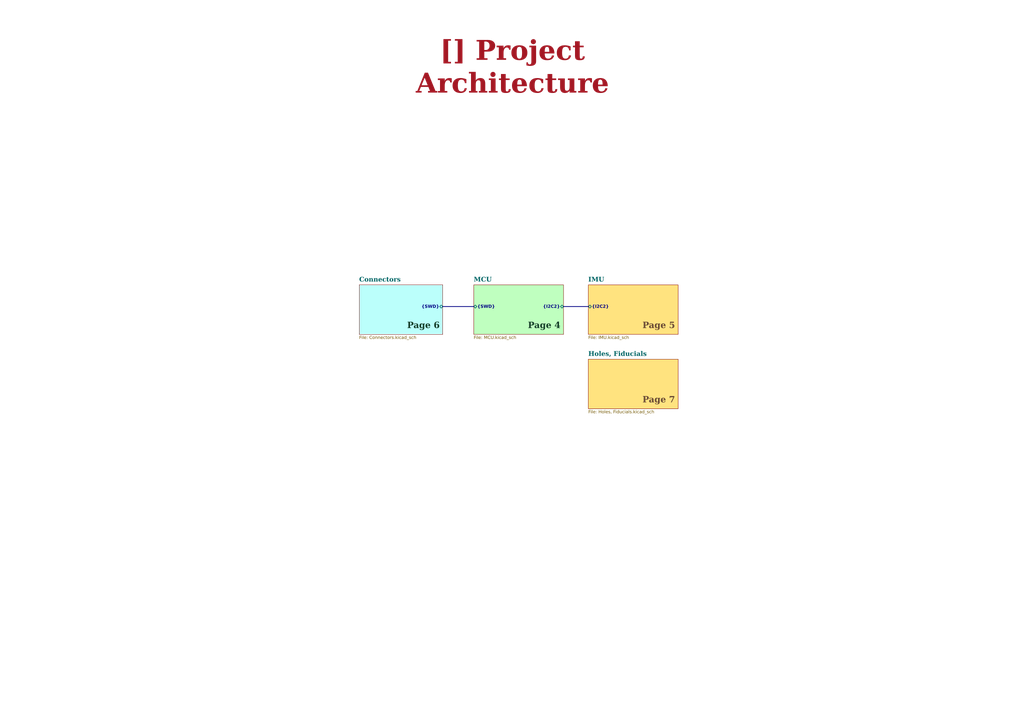
<source format=kicad_sch>
(kicad_sch
	(version 20231120)
	(generator "eeschema")
	(generator_version "8.0")
	(uuid "07236397-3ba4-47af-9809-3faac3a2aa49")
	(paper "A3")
	(title_block
		(title "Project Architecture")
		(date "2025-01-12")
		(rev "${REVISION}")
		(company "${COMPANY}")
	)
	(lib_symbols)
	(bus_alias "I2C2"
		(members "I2C2_SDA" "I2C2_SCL" "IMU_~{RESET}" "IMU_INT")
	)
	(bus_alias "SWD"
		(members "SWDIO" "SWCLK" "NRST")
	)
	(bus
		(pts
			(xy 231.14 125.73) (xy 241.3 125.73)
		)
		(stroke
			(width 0)
			(type default)
		)
		(uuid "567e4b15-1da0-4689-9809-bc038bf61482")
	)
	(bus
		(pts
			(xy 181.61 125.73) (xy 194.31 125.73)
		)
		(stroke
			(width 0)
			(type default)
		)
		(uuid "7fe1e36b-f77d-424b-8908-1b3d52b80599")
	)
	(text_box "[${#}] ${TITLE}"
		(exclude_from_sim no)
		(at 144.78 21.59 0)
		(size 130.81 12.7)
		(stroke
			(width -0.0001)
			(type default)
		)
		(fill
			(type none)
		)
		(effects
			(font
				(face "Times New Roman")
				(size 8 8)
				(thickness 1.2)
				(bold yes)
				(color 162 22 34 1)
			)
		)
		(uuid "f4789478-c68e-4cee-9edd-5d11b744f94d")
	)
	(text "Page 6"
		(exclude_from_sim no)
		(at 180.34 135.89 0)
		(effects
			(font
				(face "Times New Roman")
				(size 2.54 2.54)
				(bold yes)
				(color 20 60 40 1)
			)
			(justify right bottom)
			(href "#4")
		)
		(uuid "3fe93b11-0ea5-4ec1-8ac3-7c370ad99d67")
	)
	(text "Page 7"
		(exclude_from_sim no)
		(at 276.86 166.37 0)
		(effects
			(font
				(face "Times New Roman")
				(size 2.54 2.54)
				(bold yes)
				(color 100 70 50 1)
			)
			(justify right bottom)
			(href "#7")
		)
		(uuid "98021beb-7c9d-4575-8b77-01bea1100e11")
	)
	(text "Page 5"
		(exclude_from_sim no)
		(at 276.86 135.89 0)
		(effects
			(font
				(face "Times New Roman")
				(size 2.54 2.54)
				(bold yes)
				(color 100 70 50 1)
			)
			(justify right bottom)
			(href "#5")
		)
		(uuid "b60ecde0-2a85-4071-a728-47148cd80779")
	)
	(text "Page 4"
		(exclude_from_sim no)
		(at 229.87 135.89 0)
		(effects
			(font
				(face "Times New Roman")
				(size 2.54 2.54)
				(bold yes)
				(color 20 60 40 1)
			)
			(justify right bottom)
			(href "#4")
		)
		(uuid "f04f874a-d252-4474-87f2-c34bbb094a4c")
	)
	(sheet
		(at 241.3 147.32)
		(size 36.83 20.32)
		(fields_autoplaced yes)
		(stroke
			(width 0.1524)
			(type solid)
		)
		(fill
			(color 255 200 0 0.5020)
		)
		(uuid "387c2d3b-892a-470b-ba39-cf83346b1b07")
		(property "Sheetname" "Holes, Fiducials"
			(at 241.3 146.2909 0)
			(effects
				(font
					(face "Times New Roman")
					(size 1.905 1.905)
					(bold yes)
				)
				(justify left bottom)
			)
		)
		(property "Sheetfile" "Holes, Fiducials.kicad_sch"
			(at 241.3 168.2246 0)
			(effects
				(font
					(face "Arial")
					(size 1.27 1.27)
				)
				(justify left top)
			)
		)
		(instances
			(project "KiBot_Project_Test"
				(path "/f9e05184-c88b-4a88-ae9c-ab2bdb32be7c/c5103ceb-5325-4a84-a025-9638a412984e"
					(page "7")
				)
			)
		)
	)
	(sheet
		(at 147.32 116.84)
		(size 34.29 20.32)
		(fields_autoplaced yes)
		(stroke
			(width 0.1524)
			(type solid)
		)
		(fill
			(color 187 255 251 1.0000)
		)
		(uuid "df39f164-d0cb-4b4e-9c05-2a16fbd35e35")
		(property "Sheetname" "Connectors"
			(at 147.32 115.8109 0)
			(effects
				(font
					(face "Times New Roman")
					(size 1.905 1.905)
					(thickness 0.254)
					(bold yes)
				)
				(justify left bottom)
			)
		)
		(property "Sheetfile" "Connectors.kicad_sch"
			(at 147.32 137.7446 0)
			(effects
				(font
					(face "Arial")
					(size 1.27 1.27)
				)
				(justify left top)
			)
		)
		(pin "{SWD}" bidirectional
			(at 181.61 125.73 0)
			(effects
				(font
					(face "Arial")
					(size 1.27 1.27)
					(bold yes)
				)
				(justify right)
			)
			(uuid "91c81c82-358a-400e-9517-84032b2e8e8e")
		)
		(instances
			(project "KiBot_Project_Test"
				(path "/f9e05184-c88b-4a88-ae9c-ab2bdb32be7c/c5103ceb-5325-4a84-a025-9638a412984e"
					(page "6")
				)
			)
		)
	)
	(sheet
		(at 241.3 116.84)
		(size 36.83 20.32)
		(fields_autoplaced yes)
		(stroke
			(width 0.1524)
			(type solid)
		)
		(fill
			(color 255 200 0 0.5020)
		)
		(uuid "e744f3ce-03a6-44a6-8792-1447ef232b9a")
		(property "Sheetname" "IMU"
			(at 241.3 115.8109 0)
			(effects
				(font
					(face "Times New Roman")
					(size 1.905 1.905)
					(bold yes)
				)
				(justify left bottom)
			)
		)
		(property "Sheetfile" "IMU.kicad_sch"
			(at 241.3 137.7446 0)
			(effects
				(font
					(face "Arial")
					(size 1.27 1.27)
				)
				(justify left top)
			)
		)
		(pin "{I2C2}" bidirectional
			(at 241.3 125.73 180)
			(effects
				(font
					(face "Arial")
					(size 1.27 1.27)
					(bold yes)
				)
				(justify left)
			)
			(uuid "25923017-048c-4ff8-b80b-83c04ff8b78a")
		)
		(instances
			(project "KiBot_Project_Test"
				(path "/f9e05184-c88b-4a88-ae9c-ab2bdb32be7c/c5103ceb-5325-4a84-a025-9638a412984e"
					(page "5")
				)
			)
		)
	)
	(sheet
		(at 194.31 116.84)
		(size 36.83 20.32)
		(fields_autoplaced yes)
		(stroke
			(width 0.1524)
			(type solid)
		)
		(fill
			(color 128 255 128 0.5000)
		)
		(uuid "f06537ee-772d-44d3-8c50-e0ba41038c9c")
		(property "Sheetname" "MCU"
			(at 194.31 115.8109 0)
			(effects
				(font
					(face "Times New Roman")
					(size 1.905 1.905)
					(bold yes)
				)
				(justify left bottom)
			)
		)
		(property "Sheetfile" "MCU.kicad_sch"
			(at 194.31 137.7446 0)
			(effects
				(font
					(face "Arial")
					(size 1.27 1.27)
				)
				(justify left top)
			)
		)
		(pin "{I2C2}" bidirectional
			(at 231.14 125.73 0)
			(effects
				(font
					(face "Arial")
					(size 1.27 1.27)
					(bold yes)
				)
				(justify right)
			)
			(uuid "e3bec393-e505-4918-bbdf-0acce9c5b653")
		)
		(pin "{SWD}" bidirectional
			(at 194.31 125.73 180)
			(effects
				(font
					(face "Arial")
					(size 1.27 1.27)
					(bold yes)
				)
				(justify left)
			)
			(uuid "72fa67fb-1b3a-43c0-b038-95bd37c40083")
		)
		(instances
			(project "KiBot_Project_Test"
				(path "/f9e05184-c88b-4a88-ae9c-ab2bdb32be7c/c5103ceb-5325-4a84-a025-9638a412984e"
					(page "4")
				)
			)
		)
	)
)

</source>
